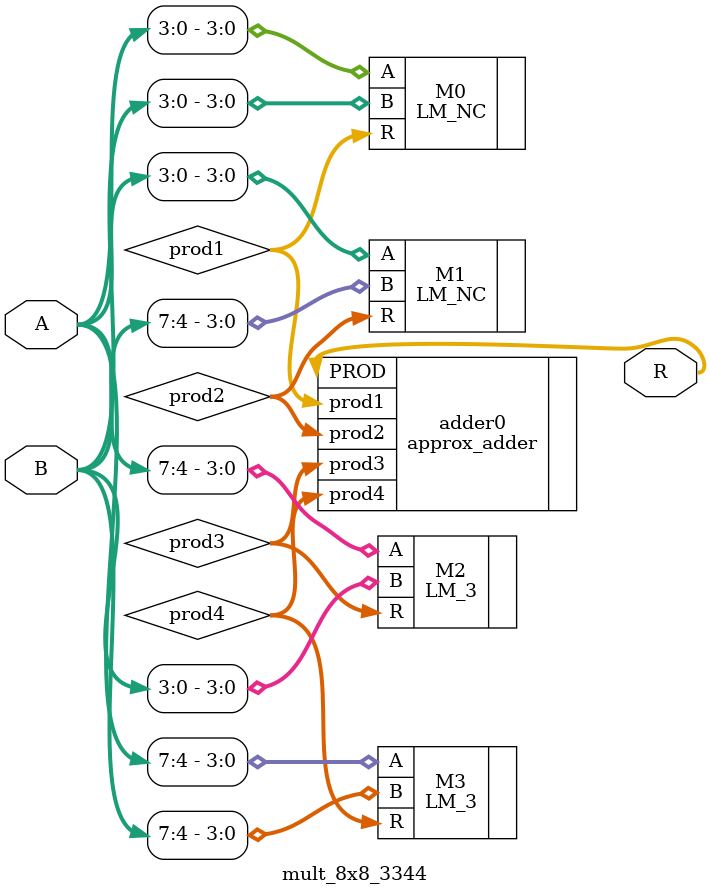
<source format=v>
module mult_8x8_3344(
input [7:0] A,
input [7:0] B,
output [15:0]R
);
wire [7:0]prod1;
wire [7:0]prod2;
wire [7:0]prod3;
wire [7:0]prod4;

LM_NC M0(.A(A[3:0]),.B(B[3:0]),.R(prod1));
LM_NC M1(.A(A[3:0]),.B(B[7:4]),.R(prod2));
LM_3 M2(.A(A[7:4]),.B(B[3:0]),.R(prod3));
LM_3 M3(.A(A[7:4]),.B(B[7:4]),.R(prod4));
approx_adder adder0(.prod1(prod1),.prod2(prod2),.prod3(prod3),.prod4(prod4),.PROD(R));
endmodule

</source>
